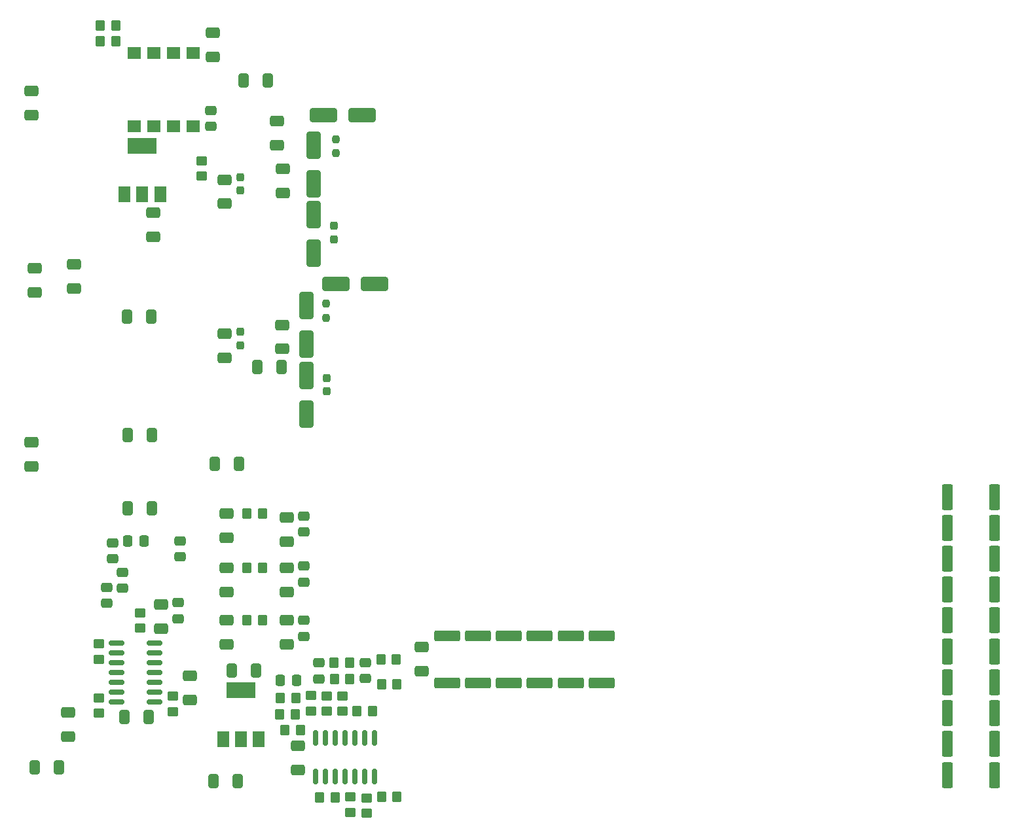
<source format=gbr>
%TF.GenerationSoftware,KiCad,Pcbnew,7.0.9*%
%TF.CreationDate,2024-05-29T20:40:16+05:30*%
%TF.ProjectId,LU,4c552e6b-6963-4616-945f-706362585858,rev?*%
%TF.SameCoordinates,Original*%
%TF.FileFunction,Paste,Bot*%
%TF.FilePolarity,Positive*%
%FSLAX46Y46*%
G04 Gerber Fmt 4.6, Leading zero omitted, Abs format (unit mm)*
G04 Created by KiCad (PCBNEW 7.0.9) date 2024-05-29 20:40:16*
%MOMM*%
%LPD*%
G01*
G04 APERTURE LIST*
G04 Aperture macros list*
%AMRoundRect*
0 Rectangle with rounded corners*
0 $1 Rounding radius*
0 $2 $3 $4 $5 $6 $7 $8 $9 X,Y pos of 4 corners*
0 Add a 4 corners polygon primitive as box body*
4,1,4,$2,$3,$4,$5,$6,$7,$8,$9,$2,$3,0*
0 Add four circle primitives for the rounded corners*
1,1,$1+$1,$2,$3*
1,1,$1+$1,$4,$5*
1,1,$1+$1,$6,$7*
1,1,$1+$1,$8,$9*
0 Add four rect primitives between the rounded corners*
20,1,$1+$1,$2,$3,$4,$5,0*
20,1,$1+$1,$4,$5,$6,$7,0*
20,1,$1+$1,$6,$7,$8,$9,0*
20,1,$1+$1,$8,$9,$2,$3,0*%
G04 Aperture macros list end*
%ADD10RoundRect,0.250000X-0.350000X-0.450000X0.350000X-0.450000X0.350000X0.450000X-0.350000X0.450000X0*%
%ADD11RoundRect,0.250000X-0.450000X0.350000X-0.450000X-0.350000X0.450000X-0.350000X0.450000X0.350000X0*%
%ADD12RoundRect,0.250000X0.450000X-0.350000X0.450000X0.350000X-0.450000X0.350000X-0.450000X-0.350000X0*%
%ADD13RoundRect,0.249999X0.450001X1.425001X-0.450001X1.425001X-0.450001X-1.425001X0.450001X-1.425001X0*%
%ADD14RoundRect,0.250000X0.650000X-0.412500X0.650000X0.412500X-0.650000X0.412500X-0.650000X-0.412500X0*%
%ADD15RoundRect,0.250000X-0.412500X-0.650000X0.412500X-0.650000X0.412500X0.650000X-0.412500X0.650000X0*%
%ADD16RoundRect,0.250000X-0.650000X1.500000X-0.650000X-1.500000X0.650000X-1.500000X0.650000X1.500000X0*%
%ADD17RoundRect,0.250000X0.350000X0.450000X-0.350000X0.450000X-0.350000X-0.450000X0.350000X-0.450000X0*%
%ADD18RoundRect,0.250000X-0.650000X0.412500X-0.650000X-0.412500X0.650000X-0.412500X0.650000X0.412500X0*%
%ADD19RoundRect,0.249999X-1.425001X0.450001X-1.425001X-0.450001X1.425001X-0.450001X1.425001X0.450001X0*%
%ADD20RoundRect,0.237500X-0.237500X0.300000X-0.237500X-0.300000X0.237500X-0.300000X0.237500X0.300000X0*%
%ADD21R,1.500000X2.000000*%
%ADD22R,3.800000X2.000000*%
%ADD23RoundRect,0.250000X0.475000X-0.337500X0.475000X0.337500X-0.475000X0.337500X-0.475000X-0.337500X0*%
%ADD24RoundRect,0.250000X0.412500X0.650000X-0.412500X0.650000X-0.412500X-0.650000X0.412500X-0.650000X0*%
%ADD25RoundRect,0.250000X-0.475000X0.337500X-0.475000X-0.337500X0.475000X-0.337500X0.475000X0.337500X0*%
%ADD26RoundRect,0.250000X0.337500X0.475000X-0.337500X0.475000X-0.337500X-0.475000X0.337500X-0.475000X0*%
%ADD27RoundRect,0.237500X0.237500X-0.250000X0.237500X0.250000X-0.237500X0.250000X-0.237500X-0.250000X0*%
%ADD28RoundRect,0.250000X1.500000X0.650000X-1.500000X0.650000X-1.500000X-0.650000X1.500000X-0.650000X0*%
%ADD29RoundRect,0.150000X0.150000X-0.825000X0.150000X0.825000X-0.150000X0.825000X-0.150000X-0.825000X0*%
%ADD30RoundRect,0.237500X0.237500X-0.300000X0.237500X0.300000X-0.237500X0.300000X-0.237500X-0.300000X0*%
%ADD31R,1.780000X1.520000*%
%ADD32R,1.750000X1.520000*%
%ADD33RoundRect,0.150000X-0.825000X-0.150000X0.825000X-0.150000X0.825000X0.150000X-0.825000X0.150000X0*%
G04 APERTURE END LIST*
D10*
%TO.C,R78*%
X117400000Y-158200000D03*
X119400000Y-158200000D03*
%TD*%
%TO.C,R77*%
X117400000Y-165200000D03*
X119400000Y-165200000D03*
%TD*%
%TO.C,R76*%
X117400000Y-172000000D03*
X119400000Y-172000000D03*
%TD*%
D11*
%TO.C,R74*%
X98200000Y-182000000D03*
X98200000Y-184000000D03*
%TD*%
D12*
%TO.C,R73*%
X98200000Y-177000000D03*
X98200000Y-175000000D03*
%TD*%
%TO.C,R72*%
X107800000Y-183800000D03*
X107800000Y-181800000D03*
%TD*%
%TO.C,R70*%
X103600000Y-171000000D03*
X103600000Y-173000000D03*
%TD*%
D13*
%TO.C,R19*%
X207950000Y-164000000D03*
X214050000Y-164000000D03*
%TD*%
D14*
%TO.C,C21*%
X122000000Y-116662500D03*
X122000000Y-113537500D03*
%TD*%
D15*
%TO.C,C61*%
X101937500Y-157500000D03*
X105062500Y-157500000D03*
%TD*%
D16*
%TO.C,D4*%
X126000000Y-110500000D03*
X126000000Y-115500000D03*
%TD*%
D14*
%TO.C,C8*%
X89937500Y-129562500D03*
X89937500Y-126437500D03*
%TD*%
D17*
%TO.C,R38*%
X128760000Y-194920000D03*
X126760000Y-194920000D03*
%TD*%
D14*
%TO.C,C1*%
X89500000Y-106562500D03*
X89500000Y-103437500D03*
%TD*%
D13*
%TO.C,R23*%
X207950000Y-180000000D03*
X214050000Y-180000000D03*
%TD*%
D10*
%TO.C,R66*%
X98405000Y-95000000D03*
X100405000Y-95000000D03*
%TD*%
D18*
%TO.C,C56*%
X114750000Y-171937500D03*
X114750000Y-175062500D03*
%TD*%
D19*
%TO.C,R11*%
X143250000Y-173950000D03*
X143250000Y-180050000D03*
%TD*%
D14*
%TO.C,C18*%
X114500000Y-118062500D03*
X114500000Y-114937500D03*
%TD*%
D12*
%TO.C,R40*%
X132880000Y-196970000D03*
X132880000Y-194970000D03*
%TD*%
D20*
%TO.C,C20*%
X127700000Y-140637500D03*
X127700000Y-142362500D03*
%TD*%
D10*
%TO.C,R55*%
X121710000Y-182030000D03*
X123710000Y-182030000D03*
%TD*%
D14*
%TO.C,C11*%
X95000000Y-129062500D03*
X95000000Y-125937500D03*
%TD*%
D13*
%TO.C,R26*%
X207950000Y-192010000D03*
X214050000Y-192010000D03*
%TD*%
D21*
%TO.C,U7*%
X118900000Y-187360000D03*
X116600000Y-187360000D03*
D22*
X116600000Y-181060000D03*
D21*
X114300000Y-187360000D03*
%TD*%
D23*
%TO.C,C5*%
X126690000Y-179537500D03*
X126690000Y-177462500D03*
%TD*%
D24*
%TO.C,C59*%
X104625000Y-184500000D03*
X101500000Y-184500000D03*
%TD*%
D14*
%TO.C,C19*%
X121900000Y-136862500D03*
X121900000Y-133737500D03*
%TD*%
D24*
%TO.C,C6*%
X120062500Y-102100000D03*
X116937500Y-102100000D03*
%TD*%
D10*
%TO.C,R33*%
X128640000Y-177500000D03*
X130640000Y-177500000D03*
%TD*%
D25*
%TO.C,C63*%
X99250000Y-167712500D03*
X99250000Y-169787500D03*
%TD*%
D19*
%TO.C,R57*%
X163250000Y-173950000D03*
X163250000Y-180050000D03*
%TD*%
D15*
%TO.C,C7*%
X89937500Y-191000000D03*
X93062500Y-191000000D03*
%TD*%
D26*
%TO.C,C50*%
X123787500Y-179750000D03*
X121712500Y-179750000D03*
%TD*%
D21*
%TO.C,U8*%
X106150000Y-116850000D03*
X103850000Y-116850000D03*
D22*
X103850000Y-110550000D03*
D21*
X101550000Y-116850000D03*
%TD*%
D16*
%TO.C,D2*%
X125100000Y-140300000D03*
X125100000Y-145300000D03*
%TD*%
D15*
%TO.C,C73*%
X101937500Y-148000000D03*
X105062500Y-148000000D03*
%TD*%
D13*
%TO.C,R17*%
X207950000Y-156000000D03*
X214050000Y-156000000D03*
%TD*%
D14*
%TO.C,C26*%
X140000000Y-178562500D03*
X140000000Y-175437500D03*
%TD*%
%TO.C,C16*%
X123960000Y-191370000D03*
X123960000Y-188245000D03*
%TD*%
D10*
%TO.C,R34*%
X128670000Y-179590000D03*
X130670000Y-179590000D03*
%TD*%
D16*
%TO.C,D1*%
X125100000Y-131200000D03*
X125100000Y-136200000D03*
%TD*%
D11*
%TO.C,R8*%
X111500000Y-112500000D03*
X111500000Y-114500000D03*
%TD*%
D10*
%TO.C,R36*%
X134780000Y-180270000D03*
X136780000Y-180270000D03*
%TD*%
D20*
%TO.C,C23*%
X128600000Y-120937500D03*
X128600000Y-122662500D03*
%TD*%
D18*
%TO.C,C14*%
X105250000Y-119187500D03*
X105250000Y-122312500D03*
%TD*%
D23*
%TO.C,C62*%
X100000000Y-164037500D03*
X100000000Y-161962500D03*
%TD*%
D14*
%TO.C,C10*%
X121300000Y-110462500D03*
X121300000Y-107337500D03*
%TD*%
%TO.C,C22*%
X114500000Y-138000000D03*
X114500000Y-134875000D03*
%TD*%
D17*
%TO.C,R53*%
X124300000Y-186150000D03*
X122300000Y-186150000D03*
%TD*%
D25*
%TO.C,C66*%
X108500000Y-169712500D03*
X108500000Y-171787500D03*
%TD*%
%TO.C,C40*%
X124750000Y-158462500D03*
X124750000Y-160537500D03*
%TD*%
D24*
%TO.C,C25*%
X116312500Y-151750000D03*
X113187500Y-151750000D03*
%TD*%
D15*
%TO.C,C4*%
X113057500Y-192810000D03*
X116182500Y-192810000D03*
%TD*%
D27*
%TO.C,R2*%
X127600000Y-132812500D03*
X127600000Y-130987500D03*
%TD*%
D10*
%TO.C,R51*%
X131630000Y-183750000D03*
X133630000Y-183750000D03*
%TD*%
D25*
%TO.C,C67*%
X101300000Y-165762500D03*
X101300000Y-167837500D03*
%TD*%
D13*
%TO.C,R24*%
X207950000Y-184000000D03*
X214050000Y-184000000D03*
%TD*%
D19*
%TO.C,R15*%
X159250000Y-173950000D03*
X159250000Y-180050000D03*
%TD*%
D11*
%TO.C,R50*%
X127670000Y-181740000D03*
X127670000Y-183740000D03*
%TD*%
D28*
%TO.C,D3*%
X133900000Y-128400000D03*
X128900000Y-128400000D03*
%TD*%
D18*
%TO.C,C68*%
X106250000Y-169937500D03*
X106250000Y-173062500D03*
%TD*%
D13*
%TO.C,R21*%
X207950000Y-172000000D03*
X214050000Y-172000000D03*
%TD*%
D28*
%TO.C,D6*%
X132300000Y-106600000D03*
X127300000Y-106600000D03*
%TD*%
D12*
%TO.C,R52*%
X125640000Y-183710000D03*
X125640000Y-181710000D03*
%TD*%
D29*
%TO.C,U6*%
X133850000Y-192185000D03*
X132580000Y-192185000D03*
X131310000Y-192185000D03*
X130040000Y-192185000D03*
X128770000Y-192185000D03*
X127500000Y-192185000D03*
X126230000Y-192185000D03*
X126230000Y-187235000D03*
X127500000Y-187235000D03*
X128770000Y-187235000D03*
X130040000Y-187235000D03*
X131310000Y-187235000D03*
X132580000Y-187235000D03*
X133850000Y-187235000D03*
%TD*%
D18*
%TO.C,C54*%
X114750000Y-165187500D03*
X114750000Y-168312500D03*
%TD*%
D14*
%TO.C,C3*%
X94220000Y-187022500D03*
X94220000Y-183897500D03*
%TD*%
D18*
%TO.C,C58*%
X110000000Y-179187500D03*
X110000000Y-182312500D03*
%TD*%
D15*
%TO.C,C12*%
X118737500Y-139200000D03*
X121862500Y-139200000D03*
%TD*%
D18*
%TO.C,C41*%
X122500000Y-158687500D03*
X122500000Y-161812500D03*
%TD*%
D30*
%TO.C,C34*%
X116500000Y-116362500D03*
X116500000Y-114637500D03*
%TD*%
D23*
%TO.C,C13*%
X132690000Y-179517500D03*
X132690000Y-177442500D03*
%TD*%
D19*
%TO.C,R12*%
X147250000Y-173950000D03*
X147250000Y-180050000D03*
%TD*%
D23*
%TO.C,C70*%
X112750000Y-108037500D03*
X112750000Y-105962500D03*
%TD*%
D19*
%TO.C,R13*%
X151250000Y-173950000D03*
X151250000Y-180050000D03*
%TD*%
D13*
%TO.C,R20*%
X207950000Y-168000000D03*
X214050000Y-168000000D03*
%TD*%
D10*
%TO.C,R41*%
X134770000Y-194810000D03*
X136770000Y-194810000D03*
%TD*%
D12*
%TO.C,R37*%
X130750000Y-196820000D03*
X130750000Y-194820000D03*
%TD*%
D14*
%TO.C,C2*%
X89500000Y-152062500D03*
X89500000Y-148937500D03*
%TD*%
D13*
%TO.C,R18*%
X207950000Y-160000000D03*
X214050000Y-160000000D03*
%TD*%
D10*
%TO.C,R65*%
X98405000Y-97000000D03*
X100405000Y-97000000D03*
%TD*%
%TO.C,R35*%
X134710000Y-177060000D03*
X136710000Y-177060000D03*
%TD*%
D13*
%TO.C,R25*%
X207950000Y-188000000D03*
X214050000Y-188000000D03*
%TD*%
D15*
%TO.C,C72*%
X101875000Y-132650000D03*
X105000000Y-132650000D03*
%TD*%
D19*
%TO.C,R14*%
X155250000Y-173950000D03*
X155250000Y-180050000D03*
%TD*%
D31*
%TO.C,U15*%
X102795000Y-98540000D03*
D32*
X105335000Y-98540000D03*
D31*
X107875000Y-98540000D03*
X110415000Y-98540000D03*
X110415000Y-108060000D03*
X107875000Y-108060000D03*
X105335000Y-108060000D03*
X102795000Y-108060000D03*
%TD*%
D18*
%TO.C,C46*%
X122500000Y-171937500D03*
X122500000Y-175062500D03*
%TD*%
D23*
%TO.C,C65*%
X108750000Y-163787500D03*
X108750000Y-161712500D03*
%TD*%
D25*
%TO.C,C45*%
X124750000Y-171962500D03*
X124750000Y-174037500D03*
%TD*%
D17*
%TO.C,R54*%
X123630000Y-184130000D03*
X121630000Y-184130000D03*
%TD*%
D27*
%TO.C,R4*%
X128900000Y-111512500D03*
X128900000Y-109687500D03*
%TD*%
D18*
%TO.C,C52*%
X114750000Y-158187500D03*
X114750000Y-161312500D03*
%TD*%
D33*
%TO.C,U13*%
X100500000Y-182520000D03*
X100500000Y-181250000D03*
X100500000Y-179980000D03*
X100500000Y-178710000D03*
X100500000Y-177440000D03*
X100500000Y-176170000D03*
X100500000Y-174900000D03*
X105450000Y-174900000D03*
X105450000Y-176170000D03*
X105450000Y-177440000D03*
X105450000Y-178710000D03*
X105450000Y-179980000D03*
X105450000Y-181250000D03*
X105450000Y-182520000D03*
%TD*%
D16*
%TO.C,D5*%
X126000000Y-119500000D03*
X126000000Y-124500000D03*
%TD*%
D13*
%TO.C,R22*%
X207950000Y-176000000D03*
X214050000Y-176000000D03*
%TD*%
D26*
%TO.C,C60*%
X104037500Y-161750000D03*
X101962500Y-161750000D03*
%TD*%
D11*
%TO.C,R49*%
X129710000Y-181750000D03*
X129710000Y-183750000D03*
%TD*%
D30*
%TO.C,C35*%
X116500000Y-136362500D03*
X116500000Y-134637500D03*
%TD*%
D25*
%TO.C,C43*%
X124750000Y-164962500D03*
X124750000Y-167037500D03*
%TD*%
D14*
%TO.C,C69*%
X113000000Y-99062500D03*
X113000000Y-95937500D03*
%TD*%
D24*
%TO.C,C39*%
X118562500Y-178500000D03*
X115437500Y-178500000D03*
%TD*%
D18*
%TO.C,C44*%
X122500000Y-165187500D03*
X122500000Y-168312500D03*
%TD*%
M02*

</source>
